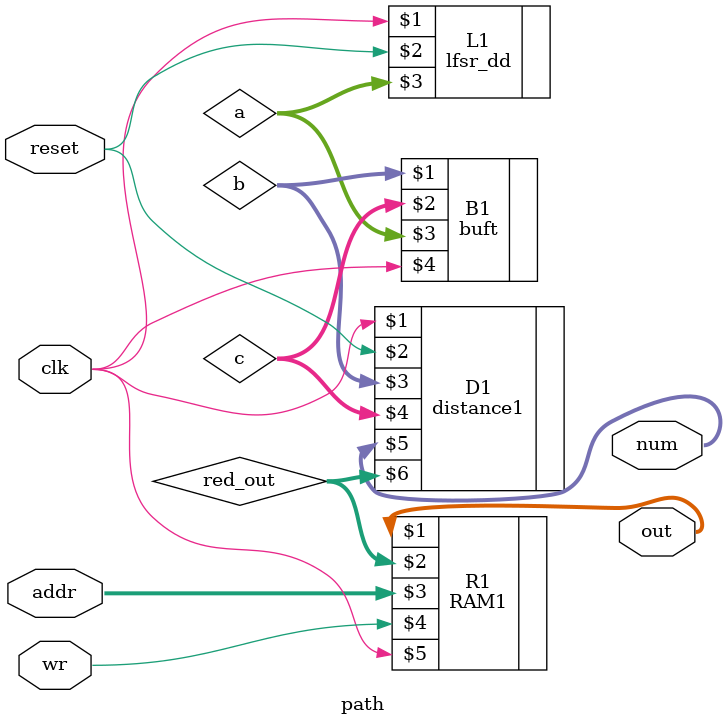
<source format=v>
`timescale 1ns / 1ps
module path( out , num , clk , reset , wr, addr
    );
	 input clk;
	 input reset;
	 input wr;
	 
	 input [7:0] addr;
	 
	 reg [7:0] a , b, c ,red_out;
	 output [7:0] num;
	 output [7:0]out;
	 

lfsr_dd L1( clk , reset , a);
buft B1(b , c, a, clk);
distance1 D1 (clk , reset , b , c, num, red_out);
RAM1 R1( out , red_out , addr , wr, clk);




endmodule

</source>
